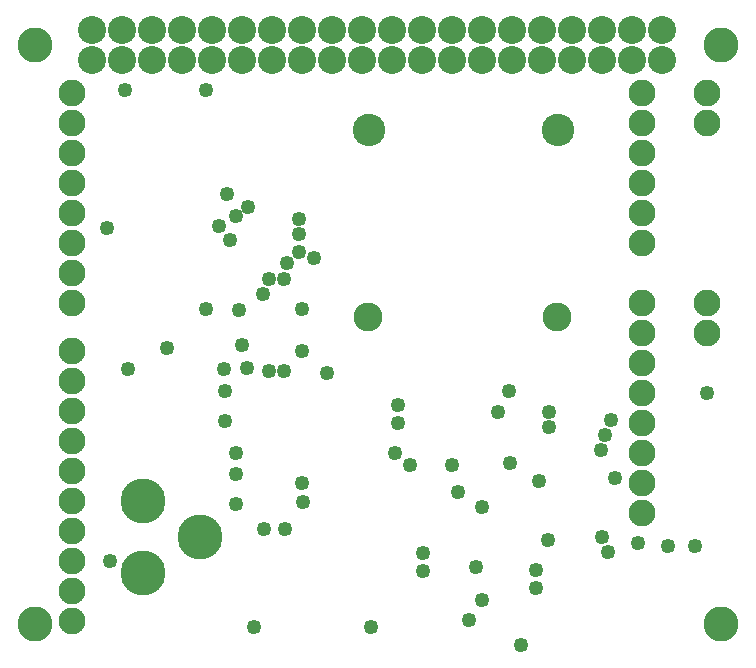
<source format=gbs>
G04 MADE WITH FRITZING*
G04 WWW.FRITZING.ORG*
G04 DOUBLE SIDED*
G04 HOLES PLATED*
G04 CONTOUR ON CENTER OF CONTOUR VECTOR*
%ASAXBY*%
%FSLAX23Y23*%
%MOIN*%
%OFA0B0*%
%SFA1.0B1.0*%
%ADD10C,0.089370*%
%ADD11C,0.049370*%
%ADD12C,0.108425*%
%ADD13C,0.096614*%
%ADD14C,0.093307*%
%ADD15C,0.116299*%
%ADD16C,0.150000*%
%LNMASK0*%
G90*
G70*
G54D10*
X2378Y1907D03*
X2378Y1807D03*
X2378Y1207D03*
X2378Y1107D03*
G54D11*
X1758Y67D03*
X868Y127D03*
X708Y1917D03*
X438Y1917D03*
X378Y1457D03*
X2378Y907D03*
X1608Y327D03*
X1628Y217D03*
X1848Y417D03*
X1808Y317D03*
G54D12*
X1881Y1783D03*
X1251Y1783D03*
G54D13*
X1875Y1160D03*
X1245Y1160D03*
G54D14*
X328Y2017D03*
X428Y2017D03*
X528Y2017D03*
X628Y2017D03*
X728Y2017D03*
X828Y2017D03*
X928Y2017D03*
X1028Y2017D03*
X1128Y2017D03*
X1228Y2017D03*
X1328Y2017D03*
X1428Y2017D03*
X1528Y2017D03*
X1628Y2017D03*
X1728Y2017D03*
X1828Y2017D03*
X1928Y2017D03*
X2028Y2017D03*
X2128Y2017D03*
X2228Y2017D03*
X328Y2017D03*
X428Y2017D03*
X528Y2017D03*
X628Y2017D03*
X728Y2017D03*
X828Y2017D03*
X928Y2017D03*
X1028Y2017D03*
X1128Y2017D03*
X1228Y2017D03*
X1328Y2017D03*
X1428Y2017D03*
X1528Y2017D03*
X1628Y2017D03*
X1728Y2017D03*
X1828Y2017D03*
X1928Y2017D03*
X2028Y2017D03*
X2128Y2017D03*
X2228Y2017D03*
X2228Y2117D03*
X2128Y2117D03*
X2028Y2117D03*
X1928Y2117D03*
X1828Y2117D03*
X1728Y2117D03*
X1628Y2117D03*
X1528Y2117D03*
X1428Y2117D03*
X1328Y2117D03*
X1228Y2117D03*
X1128Y2117D03*
X1028Y2117D03*
X928Y2117D03*
X828Y2117D03*
X728Y2117D03*
X628Y2117D03*
X528Y2117D03*
X428Y2117D03*
X328Y2117D03*
G54D11*
X788Y1415D03*
X749Y1461D03*
X898Y1237D03*
X818Y1183D03*
X707Y1187D03*
X448Y987D03*
X769Y911D03*
X828Y1067D03*
X767Y987D03*
X918Y980D03*
X968Y980D03*
X1337Y707D03*
X1348Y807D03*
X1109Y971D03*
X843Y989D03*
X769Y811D03*
X899Y451D03*
X1429Y311D03*
X1258Y127D03*
X808Y707D03*
X808Y537D03*
X918Y1287D03*
X388Y347D03*
X808Y637D03*
X1027Y607D03*
X1718Y912D03*
X1029Y541D03*
X969Y451D03*
X1548Y577D03*
X2024Y717D03*
X1719Y671D03*
X1388Y667D03*
X1528Y667D03*
X1018Y1377D03*
X978Y1340D03*
X845Y1527D03*
X1068Y1357D03*
X808Y1497D03*
X778Y1569D03*
X1018Y1487D03*
X1018Y1437D03*
X2038Y767D03*
X2058Y817D03*
X2048Y377D03*
X2028Y427D03*
X1849Y841D03*
X1849Y791D03*
X1818Y614D03*
X2069Y621D03*
X2148Y407D03*
X1679Y841D03*
X1627Y527D03*
X1584Y149D03*
X1429Y371D03*
G54D15*
X2422Y137D03*
X138Y137D03*
X2423Y2066D03*
X138Y2067D03*
G54D10*
X259Y1047D03*
X259Y947D03*
X259Y847D03*
X259Y747D03*
X259Y647D03*
X259Y547D03*
X259Y447D03*
X259Y347D03*
X259Y247D03*
X259Y147D03*
X259Y1907D03*
X259Y1807D03*
X259Y1707D03*
X259Y1607D03*
X259Y1507D03*
X259Y1407D03*
X259Y1307D03*
X259Y1207D03*
X2159Y1207D03*
X2159Y1107D03*
X2159Y1007D03*
X2159Y907D03*
X2159Y807D03*
X2159Y707D03*
X2159Y607D03*
X2159Y507D03*
X2159Y1907D03*
X2159Y1807D03*
X2159Y1707D03*
X2159Y1607D03*
X2159Y1507D03*
X2159Y1407D03*
G54D16*
X498Y547D03*
X498Y307D03*
X688Y427D03*
G54D11*
X578Y1057D03*
X1028Y1047D03*
X1028Y1187D03*
X968Y1287D03*
X1348Y867D03*
X2338Y397D03*
X1808Y257D03*
X2248Y397D03*
G04 End of Mask0*
M02*
</source>
